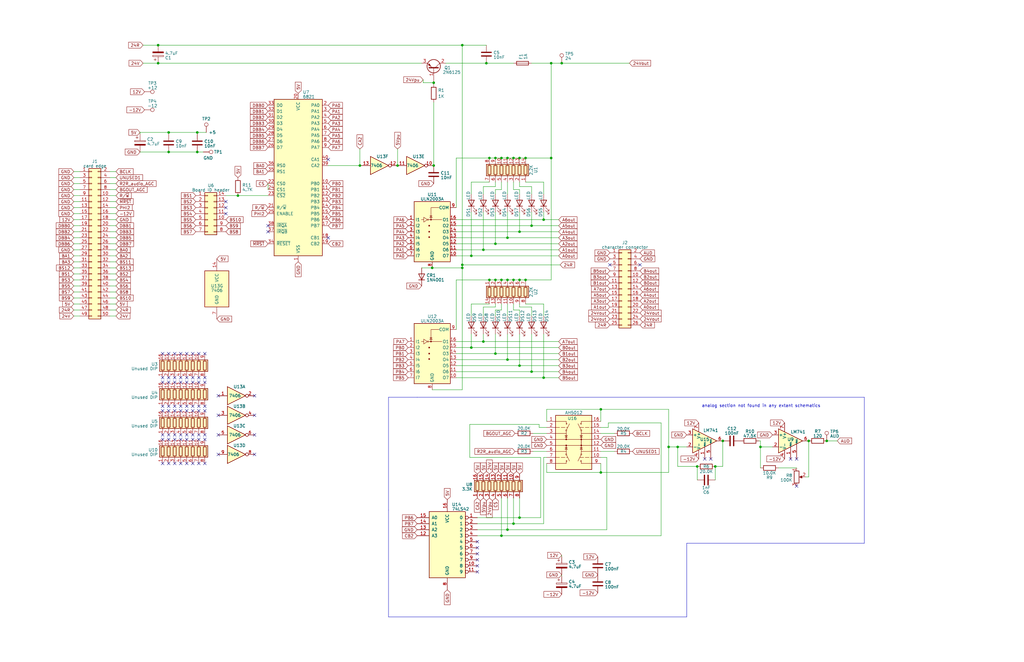
<source format=kicad_sch>
(kicad_sch (version 20230121) (generator eeschema)
  (paper "B")
  (junction (at 229.235 159.385))
  (junction (at 219.075 218.44))
  (junction (at 151.765 69.85))
  (junction (at 206.375 118.11))
  (junction (at 304.8 186.055))
  (junction (at 301.625 196.85))
  (junction (at 224.155 156.845))
  (junction (at 203.835 105.41))
  (junction (at 213.995 118.11))
  (junction (at 182.245 113.03))
  (junction (at 294.005 196.85))
  (junction (at 206.375 66.675))
  (junction (at 198.755 146.685))
  (junction (at 211.455 66.675))
  (junction (at 216.535 220.98))
  (junction (at 232.41 66.675))
  (junction (at 216.535 66.675))
  (junction (at 213.995 223.52))
  (junction (at 182.88 34.925))
  (junction (at 83.185 64.135))
  (junction (at 229.235 92.71))
  (junction (at 213.995 151.765))
  (junction (at 253.365 172.72))
  (junction (at 167.64 69.85))
  (junction (at 253.365 199.39))
  (junction (at 205.105 26.67))
  (junction (at 320.675 188.595))
  (junction (at 208.915 149.225))
  (junction (at 208.915 66.675))
  (junction (at 71.12 55.88))
  (junction (at 224.155 95.25))
  (junction (at 203.835 144.145))
  (junction (at 232.41 26.67))
  (junction (at 208.915 118.11))
  (junction (at 66.675 26.67))
  (junction (at 219.075 66.675))
  (junction (at 219.075 118.11))
  (junction (at 66.675 19.05))
  (junction (at 219.075 97.79))
  (junction (at 182.88 69.85))
  (junction (at 194.945 111.76))
  (junction (at 213.995 66.675))
  (junction (at 285.75 188.595))
  (junction (at 194.945 19.05))
  (junction (at 194.945 113.03))
  (junction (at 213.995 100.33))
  (junction (at 221.615 66.675))
  (junction (at 100.33 82.55))
  (junction (at 221.615 118.11))
  (junction (at 236.855 26.67))
  (junction (at 211.455 226.06))
  (junction (at 83.185 55.88))
  (junction (at 211.455 118.11))
  (junction (at 216.535 118.11))
  (junction (at 208.915 102.87))
  (junction (at 219.075 154.305))
  (junction (at 348.615 186.055))
  (junction (at 71.12 64.135))
  (junction (at 198.755 107.95))
  (junction (at 340.995 186.055))
  (junction (at 281.94 188.595))
  (no_connect (at 81.28 149.225))
  (no_connect (at 92.075 191.77))
  (no_connect (at 78.74 195.58))
  (no_connect (at 73.66 161.29))
  (no_connect (at 107.315 183.515))
  (no_connect (at 95.25 85.09))
  (no_connect (at 83.82 183.515))
  (no_connect (at 83.82 185.42))
  (no_connect (at 78.74 171.45))
  (no_connect (at 68.58 161.29))
  (no_connect (at 201.295 241.3))
  (no_connect (at 78.74 159.385))
  (no_connect (at 76.2 161.29))
  (no_connect (at 81.28 183.515))
  (no_connect (at 83.82 171.45))
  (no_connect (at 257.175 111.76))
  (no_connect (at 138.43 100.33))
  (no_connect (at 138.43 67.31))
  (no_connect (at 107.315 191.77))
  (no_connect (at 83.82 161.29))
  (no_connect (at 201.295 238.76))
  (no_connect (at 68.58 149.225))
  (no_connect (at 81.28 173.355))
  (no_connect (at 86.36 173.355))
  (no_connect (at 201.295 236.22))
  (no_connect (at 73.66 173.355))
  (no_connect (at 71.12 183.515))
  (no_connect (at 86.36 159.385))
  (no_connect (at 71.12 185.42))
  (no_connect (at 68.58 173.355))
  (no_connect (at 92.075 183.515))
  (no_connect (at 78.74 185.42))
  (no_connect (at 68.58 171.45))
  (no_connect (at 78.74 173.355))
  (no_connect (at 76.2 149.225))
  (no_connect (at 68.58 195.58))
  (no_connect (at 81.28 171.45))
  (no_connect (at 201.295 233.68))
  (no_connect (at 76.2 195.58))
  (no_connect (at 76.2 171.45))
  (no_connect (at 71.12 159.385))
  (no_connect (at 76.2 159.385))
  (no_connect (at 73.66 171.45))
  (no_connect (at 95.25 87.63))
  (no_connect (at 73.66 185.42))
  (no_connect (at 113.03 95.25))
  (no_connect (at 68.58 159.385))
  (no_connect (at 71.12 149.225))
  (no_connect (at 78.74 161.29))
  (no_connect (at 269.875 111.76))
  (no_connect (at 86.36 171.45))
  (no_connect (at 73.66 183.515))
  (no_connect (at 83.82 173.355))
  (no_connect (at 335.915 193.675))
  (no_connect (at 107.315 175.26))
  (no_connect (at 335.915 205.105))
  (no_connect (at 86.36 149.225))
  (no_connect (at 201.295 231.14))
  (no_connect (at 113.03 97.79))
  (no_connect (at 81.28 161.29))
  (no_connect (at 68.58 185.42))
  (no_connect (at 86.36 185.42))
  (no_connect (at 201.295 228.6))
  (no_connect (at 83.82 195.58))
  (no_connect (at 73.66 195.58))
  (no_connect (at 71.12 173.355))
  (no_connect (at 83.82 149.225))
  (no_connect (at 297.18 193.675))
  (no_connect (at 78.74 149.225))
  (no_connect (at 86.36 183.515))
  (no_connect (at 107.315 167.005))
  (no_connect (at 81.28 185.42))
  (no_connect (at 95.25 90.17))
  (no_connect (at 73.66 159.385))
  (no_connect (at 83.82 159.385))
  (no_connect (at 86.36 195.58))
  (no_connect (at 71.12 161.29))
  (no_connect (at 92.075 167.005))
  (no_connect (at 68.58 183.515))
  (no_connect (at 71.12 195.58))
  (no_connect (at 333.375 193.675))
  (no_connect (at 73.66 149.225))
  (no_connect (at 76.2 185.42))
  (no_connect (at 78.74 183.515))
  (no_connect (at 76.2 183.515))
  (no_connect (at 81.28 159.385))
  (no_connect (at 92.075 175.26))
  (no_connect (at 71.12 171.45))
  (no_connect (at 76.2 173.355))
  (no_connect (at 299.72 193.675))
  (no_connect (at 86.36 161.29))
  (no_connect (at 81.28 195.58))
  (wire (pts (xy 211.455 128.27) (xy 211.455 130.81)))
  (wire (pts (xy 198.755 146.685) (xy 198.755 140.97)))
  (wire (pts (xy 301.625 202.565) (xy 301.625 196.85)))
  (wire (pts (xy 48.895 113.03) (xy 46.355 113.03)))
  (wire (pts (xy 219.075 97.79) (xy 192.405 97.79)))
  (wire (pts (xy 48.895 123.19) (xy 46.355 123.19)))
  (polyline (pts (xy 364.49 167.64) (xy 364.49 229.235)))
  (wire (pts (xy 48.895 102.87) (xy 46.355 102.87)))
  (wire (pts (xy 281.94 188.595) (xy 285.75 188.595)))
  (wire (pts (xy 48.895 107.95) (xy 46.355 107.95)))
  (wire (pts (xy 48.895 80.01) (xy 46.355 80.01)))
  (wire (pts (xy 227.33 179.07) (xy 227.33 180.34)))
  (wire (pts (xy 216.535 130.81) (xy 219.075 130.81)))
  (wire (pts (xy 198.755 107.95) (xy 198.755 89.535)))
  (wire (pts (xy 187.96 26.67) (xy 205.105 26.67)))
  (wire (pts (xy 256.54 180.34) (xy 253.365 180.34)))
  (wire (pts (xy 198.755 107.95) (xy 192.405 107.95)))
  (wire (pts (xy 229.235 193.04) (xy 230.505 193.04)))
  (wire (pts (xy 33.655 90.17) (xy 31.115 90.17)))
  (wire (pts (xy 235.585 92.71) (xy 229.235 92.71)))
  (wire (pts (xy 285.75 188.595) (xy 285.75 196.85)))
  (wire (pts (xy 33.655 72.39) (xy 31.115 72.39)))
  (wire (pts (xy 230.505 177.8) (xy 230.505 172.72)))
  (wire (pts (xy 281.94 188.595) (xy 281.94 199.39)))
  (wire (pts (xy 320.675 186.055) (xy 320.675 188.595)))
  (wire (pts (xy 235.585 144.145) (xy 203.835 144.145)))
  (wire (pts (xy 198.755 81.915) (xy 198.755 76.835)))
  (wire (pts (xy 208.915 80.01) (xy 211.455 80.01)))
  (wire (pts (xy 198.755 76.835) (xy 206.375 76.835)))
  (wire (pts (xy 236.855 26.67) (xy 265.43 26.67)))
  (wire (pts (xy 201.295 223.52) (xy 213.995 223.52)))
  (wire (pts (xy 229.235 159.385) (xy 229.235 140.97)))
  (wire (pts (xy 227.965 218.44) (xy 227.965 193.04)))
  (wire (pts (xy 100.33 82.55) (xy 113.03 82.55)))
  (wire (pts (xy 224.155 156.845) (xy 192.405 156.845)))
  (wire (pts (xy 198.755 133.35) (xy 198.755 128.27)))
  (wire (pts (xy 230.505 172.72) (xy 253.365 172.72)))
  (wire (pts (xy 208.915 149.225) (xy 192.405 149.225)))
  (wire (pts (xy 33.655 107.95) (xy 31.115 107.95)))
  (wire (pts (xy 230.505 199.39) (xy 253.365 199.39)))
  (wire (pts (xy 33.655 80.01) (xy 31.115 80.01)))
  (wire (pts (xy 235.585 146.685) (xy 198.755 146.685)))
  (wire (pts (xy 33.655 95.25) (xy 31.115 95.25)))
  (wire (pts (xy 33.655 120.65) (xy 31.115 120.65)))
  (wire (pts (xy 203.835 78.74) (xy 203.835 81.915)))
  (wire (pts (xy 219.075 81.915) (xy 219.075 80.01)))
  (wire (pts (xy 211.455 210.185) (xy 211.455 226.06)))
  (wire (pts (xy 198.12 179.07) (xy 227.33 179.07)))
  (wire (pts (xy 304.8 196.85) (xy 301.625 196.85)))
  (wire (pts (xy 259.08 182.88) (xy 253.365 182.88)))
  (wire (pts (xy 224.155 95.25) (xy 192.405 95.25)))
  (wire (pts (xy 48.895 92.71) (xy 46.355 92.71)))
  (wire (pts (xy 320.675 188.595) (xy 320.675 197.485)))
  (wire (pts (xy 151.765 69.85) (xy 152.4 69.85)))
  (wire (pts (xy 216.535 128.27) (xy 216.535 130.81)))
  (wire (pts (xy 208.915 130.81) (xy 208.915 133.35)))
  (wire (pts (xy 33.655 110.49) (xy 31.115 110.49)))
  (wire (pts (xy 48.895 130.81) (xy 46.355 130.81)))
  (wire (pts (xy 235.585 151.765) (xy 213.995 151.765)))
  (wire (pts (xy 71.12 64.135) (xy 83.185 64.135)))
  (wire (pts (xy 221.615 66.675) (xy 232.41 66.675)))
  (wire (pts (xy 235.585 100.33) (xy 213.995 100.33)))
  (wire (pts (xy 48.895 118.11) (xy 46.355 118.11)))
  (polyline (pts (xy 289.56 260.35) (xy 163.83 260.35)))
  (wire (pts (xy 229.235 92.71) (xy 229.235 89.535)))
  (wire (pts (xy 221.615 128.27) (xy 229.235 128.27)))
  (wire (pts (xy 208.915 129.54) (xy 203.835 129.54)))
  (wire (pts (xy 256.54 178.435) (xy 256.54 180.34)))
  (wire (pts (xy 83.185 55.88) (xy 83.185 56.515)))
  (wire (pts (xy 59.055 64.135) (xy 71.12 64.135)))
  (wire (pts (xy 208.915 66.675) (xy 206.375 66.675)))
  (wire (pts (xy 235.585 154.305) (xy 219.075 154.305)))
  (wire (pts (xy 211.455 130.81) (xy 208.915 130.81)))
  (wire (pts (xy 48.895 125.73) (xy 46.355 125.73)))
  (wire (pts (xy 221.615 76.835) (xy 229.235 76.835)))
  (wire (pts (xy 33.655 85.09) (xy 31.115 85.09)))
  (wire (pts (xy 216.535 210.185) (xy 216.535 220.98)))
  (wire (pts (xy 48.895 74.93) (xy 46.355 74.93)))
  (wire (pts (xy 348.615 186.055) (xy 353.06 186.055)))
  (wire (pts (xy 178.435 33.655) (xy 178.435 34.925)))
  (wire (pts (xy 48.895 115.57) (xy 46.355 115.57)))
  (wire (pts (xy 320.04 186.055) (xy 320.675 186.055)))
  (wire (pts (xy 221.615 66.675) (xy 219.075 66.675)))
  (wire (pts (xy 192.405 118.11) (xy 206.375 118.11)))
  (wire (pts (xy 48.895 95.25) (xy 46.355 95.25)))
  (wire (pts (xy 278.765 226.06) (xy 278.765 178.435)))
  (wire (pts (xy 340.995 186.055) (xy 340.995 201.295)))
  (wire (pts (xy 33.655 87.63) (xy 31.115 87.63)))
  (wire (pts (xy 206.375 118.11) (xy 208.915 118.11)))
  (wire (pts (xy 60.325 19.05) (xy 66.675 19.05)))
  (wire (pts (xy 281.94 172.72) (xy 281.94 188.595)))
  (wire (pts (xy 182.245 113.03) (xy 194.945 113.03)))
  (wire (pts (xy 71.12 55.88) (xy 83.185 55.88)))
  (wire (pts (xy 285.75 188.595) (xy 289.56 188.595)))
  (wire (pts (xy 213.995 151.765) (xy 213.995 140.97)))
  (wire (pts (xy 224.155 95.25) (xy 224.155 89.535)))
  (wire (pts (xy 203.835 105.41) (xy 203.835 89.535)))
  (wire (pts (xy 219.075 129.54) (xy 224.155 129.54)))
  (wire (pts (xy 203.835 133.35) (xy 203.835 129.54)))
  (wire (pts (xy 281.94 199.39) (xy 253.365 199.39)))
  (wire (pts (xy 219.075 154.305) (xy 219.075 140.97)))
  (wire (pts (xy 219.075 66.675) (xy 216.535 66.675)))
  (wire (pts (xy 325.755 188.595) (xy 320.675 188.595)))
  (wire (pts (xy 48.895 72.39) (xy 46.355 72.39)))
  (wire (pts (xy 232.41 26.67) (xy 232.41 66.675)))
  (polyline (pts (xy 175.895 167.64) (xy 364.49 167.64)))
  (wire (pts (xy 235.585 105.41) (xy 203.835 105.41)))
  (wire (pts (xy 178.435 34.925) (xy 182.88 34.925)))
  (wire (pts (xy 235.585 97.79) (xy 219.075 97.79)))
  (wire (pts (xy 194.945 164.465) (xy 194.945 113.03)))
  (polyline (pts (xy 289.56 229.235) (xy 289.56 260.35)))
  (wire (pts (xy 235.585 159.385) (xy 229.235 159.385)))
  (wire (pts (xy 33.655 128.27) (xy 31.115 128.27)))
  (wire (pts (xy 224.155 26.67) (xy 232.41 26.67)))
  (wire (pts (xy 85.725 64.135) (xy 83.185 64.135)))
  (wire (pts (xy 33.655 113.03) (xy 31.115 113.03)))
  (wire (pts (xy 59.055 55.88) (xy 59.055 56.515)))
  (wire (pts (xy 95.25 82.55) (xy 100.33 82.55)))
  (wire (pts (xy 229.235 92.71) (xy 192.405 92.71)))
  (wire (pts (xy 253.365 172.72) (xy 253.365 177.8)))
  (wire (pts (xy 182.88 35.56) (xy 182.88 34.925)))
  (wire (pts (xy 206.375 128.27) (xy 198.755 128.27)))
  (wire (pts (xy 203.835 105.41) (xy 192.405 105.41)))
  (wire (pts (xy 138.43 69.85) (xy 151.765 69.85)))
  (wire (pts (xy 285.75 196.85) (xy 294.005 196.85)))
  (wire (pts (xy 48.895 105.41) (xy 46.355 105.41)))
  (wire (pts (xy 194.945 19.05) (xy 205.105 19.05)))
  (wire (pts (xy 219.075 97.79) (xy 219.075 89.535)))
  (wire (pts (xy 33.655 97.79) (xy 31.115 97.79)))
  (wire (pts (xy 33.655 115.57) (xy 31.115 115.57)))
  (wire (pts (xy 194.945 111.76) (xy 194.945 113.03)))
  (wire (pts (xy 227.965 218.44) (xy 219.075 218.44)))
  (wire (pts (xy 48.895 97.79) (xy 46.355 97.79)))
  (wire (pts (xy 71.12 55.88) (xy 71.12 56.515)))
  (wire (pts (xy 48.895 85.09) (xy 46.355 85.09)))
  (wire (pts (xy 211.455 80.01) (xy 211.455 76.835)))
  (wire (pts (xy 216.535 76.835) (xy 216.535 80.01)))
  (wire (pts (xy 216.535 220.98) (xy 229.235 220.98)))
  (wire (pts (xy 224.79 190.5) (xy 230.505 190.5)))
  (wire (pts (xy 219.075 218.44) (xy 201.295 218.44)))
  (wire (pts (xy 229.235 81.915) (xy 229.235 76.835)))
  (wire (pts (xy 48.895 133.35) (xy 46.355 133.35)))
  (wire (pts (xy 255.905 193.04) (xy 253.365 193.04)))
  (wire (pts (xy 48.895 128.27) (xy 46.355 128.27)))
  (wire (pts (xy 59.055 55.88) (xy 71.12 55.88)))
  (wire (pts (xy 33.655 125.73) (xy 31.115 125.73)))
  (wire (pts (xy 33.655 130.81) (xy 31.115 130.81)))
  (wire (pts (xy 33.655 105.41) (xy 31.115 105.41)))
  (wire (pts (xy 33.655 82.55) (xy 31.115 82.55)))
  (wire (pts (xy 216.535 118.11) (xy 213.995 118.11)))
  (wire (pts (xy 213.995 223.52) (xy 255.905 223.52)))
  (wire (pts (xy 221.615 118.11) (xy 232.41 118.11)))
  (wire (pts (xy 224.155 156.845) (xy 224.155 140.97)))
  (polyline (pts (xy 163.83 215.265) (xy 163.83 260.35)))
  (polyline (pts (xy 163.83 215.265) (xy 163.83 167.64)))
  (wire (pts (xy 182.245 164.465) (xy 194.945 164.465)))
  (wire (pts (xy 208.915 128.27) (xy 208.915 129.54)))
  (wire (pts (xy 192.405 66.675) (xy 192.405 87.63)))
  (wire (pts (xy 224.155 129.54) (xy 224.155 133.35)))
  (wire (pts (xy 48.895 110.49) (xy 46.355 110.49)))
  (wire (pts (xy 198.12 193.04) (xy 198.12 179.07)))
  (wire (pts (xy 86.995 55.88) (xy 83.185 55.88)))
  (wire (pts (xy 224.79 182.88) (xy 230.505 182.88)))
  (wire (pts (xy 232.41 66.675) (xy 232.41 118.11)))
  (wire (pts (xy 219.075 76.835) (xy 219.075 78.74)))
  (wire (pts (xy 208.915 78.74) (xy 203.835 78.74)))
  (wire (pts (xy 235.585 149.225) (xy 208.915 149.225)))
  (wire (pts (xy 33.655 100.33) (xy 31.115 100.33)))
  (wire (pts (xy 33.655 74.93) (xy 31.115 74.93)))
  (wire (pts (xy 60.325 26.67) (xy 66.675 26.67)))
  (wire (pts (xy 294.005 202.565) (xy 294.005 196.85)))
  (wire (pts (xy 216.535 80.01) (xy 219.075 80.01)))
  (wire (pts (xy 208.915 149.225) (xy 208.915 140.97)))
  (wire (pts (xy 213.995 210.185) (xy 213.995 223.52)))
  (wire (pts (xy 192.405 118.11) (xy 192.405 139.065)))
  (wire (pts (xy 213.995 151.765) (xy 192.405 151.765)))
  (wire (pts (xy 219.075 78.74) (xy 224.155 78.74)))
  (wire (pts (xy 48.895 100.33) (xy 46.355 100.33)))
  (wire (pts (xy 235.585 156.845) (xy 224.155 156.845)))
  (wire (pts (xy 48.895 90.17) (xy 46.355 90.17)))
  (wire (pts (xy 213.995 100.33) (xy 213.995 89.535)))
  (wire (pts (xy 219.075 210.185) (xy 219.075 218.44)))
  (wire (pts (xy 213.995 66.675) (xy 216.535 66.675)))
  (wire (pts (xy 253.365 199.39) (xy 253.365 195.58)))
  (wire (pts (xy 259.08 190.5) (xy 253.365 190.5)))
  (wire (pts (xy 278.765 178.435) (xy 256.54 178.435)))
  (wire (pts (xy 33.655 77.47) (xy 31.115 77.47)))
  (wire (pts (xy 219.075 154.305) (xy 192.405 154.305)))
  (wire (pts (xy 177.8 113.03) (xy 182.245 113.03)))
  (wire (pts (xy 304.8 186.055) (xy 304.8 196.85)))
  (wire (pts (xy 213.995 118.11) (xy 211.455 118.11)))
  (wire (pts (xy 227.33 180.34) (xy 230.505 180.34)))
  (wire (pts (xy 227.965 193.04) (xy 198.12 193.04)))
  (wire (pts (xy 48.895 77.47) (xy 46.355 77.47)))
  (wire (pts (xy 229.235 193.04) (xy 229.235 220.98)))
  (wire (pts (xy 232.41 26.67) (xy 236.855 26.67)))
  (wire (pts (xy 213.995 81.915) (xy 213.995 76.835)))
  (wire (pts (xy 113.03 77.47) (xy 113.03 80.01)))
  (wire (pts (xy 201.295 220.98) (xy 216.535 220.98)))
  (wire (pts (xy 206.375 66.675) (xy 192.405 66.675)))
  (wire (pts (xy 208.915 78.74) (xy 208.915 76.835)))
  (wire (pts (xy 151.765 62.865) (xy 151.765 69.85)))
  (wire (pts (xy 33.655 92.71) (xy 31.115 92.71)))
  (wire (pts (xy 211.455 66.675) (xy 208.915 66.675)))
  (wire (pts (xy 219.075 118.11) (xy 216.535 118.11)))
  (wire (pts (xy 33.655 102.87) (xy 31.115 102.87)))
  (wire (pts (xy 48.895 87.63) (xy 46.355 87.63)))
  (wire (pts (xy 48.895 82.55) (xy 46.355 82.55)))
  (wire (pts (xy 236.855 243.205) (xy 236.855 242.57)))
  (wire (pts (xy 198.755 146.685) (xy 192.405 146.685)))
  (wire (pts (xy 211.455 226.06) (xy 278.765 226.06)))
  (wire (pts (xy 66.675 26.67) (xy 177.8 26.67)))
  (wire (pts (xy 208.915 102.87) (xy 192.405 102.87)))
  (wire (pts (xy 203.835 144.145) (xy 203.835 140.97)))
  (wire (pts (xy 33.655 118.11) (xy 31.115 118.11)))
  (wire (pts (xy 236.855 234.315) (xy 236.855 234.95)))
  (wire (pts (xy 219.075 130.81) (xy 219.075 133.35)))
  (wire (pts (xy 194.945 19.05) (xy 194.945 111.76)))
  (wire (pts (xy 229.235 128.27) (xy 229.235 133.35)))
  (wire (pts (xy 201.295 226.06) (xy 211.455 226.06)))
  (wire (pts (xy 235.585 107.95) (xy 198.755 107.95)))
  (wire (pts (xy 66.675 19.05) (xy 194.945 19.05)))
  (wire (pts (xy 213.995 100.33) (xy 192.405 100.33)))
  (wire (pts (xy 235.585 95.25) (xy 224.155 95.25)))
  (wire (pts (xy 229.235 159.385) (xy 192.405 159.385)))
  (wire (pts (xy 328.295 197.485) (xy 335.915 197.485)))
  (wire (pts (xy 219.075 128.27) (xy 219.075 129.54)))
  (wire (pts (xy 235.585 102.87) (xy 208.915 102.87)))
  (wire (pts (xy 167.64 62.865) (xy 167.64 69.85)))
  (wire (pts (xy 208.915 102.87) (xy 208.915 89.535)))
  (polyline (pts (xy 364.49 229.235) (xy 289.56 229.235)))
  (wire (pts (xy 182.88 43.18) (xy 182.88 69.85)))
  (wire (pts (xy 216.535 26.67) (xy 205.105 26.67)))
  (wire (pts (xy 182.88 34.925) (xy 182.88 34.29)))
  (wire (pts (xy 339.725 201.295) (xy 340.995 201.295)))
  (wire (pts (xy 255.905 223.52) (xy 255.905 193.04)))
  (wire (pts (xy 236.22 111.76) (xy 194.945 111.76)))
  (wire (pts (xy 211.455 118.11) (xy 208.915 118.11)))
  (polyline (pts (xy 163.83 167.64) (xy 175.895 167.64)))
  (wire (pts (xy 253.365 172.72) (xy 281.94 172.72)))
  (wire (pts (xy 203.835 144.145) (xy 192.405 144.145)))
  (wire (pts (xy 208.915 81.915) (xy 208.915 80.01)))
  (wire (pts (xy 211.455 66.675) (xy 213.995 66.675)))
  (wire (pts (xy 230.505 195.58) (xy 230.505 199.39)))
  (wire (pts (xy 33.655 123.19) (xy 31.115 123.19)))
  (wire (pts (xy 48.895 120.65) (xy 46.355 120.65)))
  (wire (pts (xy 33.655 133.35) (xy 31.115 133.35)))
  (wire (pts (xy 221.615 118.11) (xy 219.075 118.11)))
  (wire (pts (xy 213.995 133.35) (xy 213.995 128.27)))
  (wire (pts (xy 224.155 78.74) (xy 224.155 81.915)))
  (text "analog section not found in any extant schematics" (at 295.91 172.085 0) (effects (font (size 1.27 1.27)) (justify left bottom)))
  (global_label "BCLK" (shape input) (at 48.895 72.39 0) (property "Intersheetrefs" "${INTERSHEET_REFS}" (effects hide)))
  (global_label "GND" (shape input) (at 325.755 183.515 180) (property "Intersheetrefs" "${INTERSHEET_REFS}" (effects hide)))
  (global_label "5V" (shape input) (at 211.455 200.025 90) (property "Intersheetrefs" "${INTERSHEET_REFS}" (effects hide)))
  (global_label "BS2" (shape input) (at 82.55 85.09 180) (property "Intersheetrefs" "${INTERSHEET_REFS}" (effects hide)))
  (global_label "PA4" (shape input) (at 172.085 97.79 180) (property "Intersheetrefs" "${INTERSHEET_REFS}" (effects hide)))
  (global_label "DBB6" (shape input) (at 113.03 59.69 180) (property "Intersheetrefs" "${INTERSHEET_REFS}" (effects hide)))
  (global_label "GND" (shape input) (at 177.8 120.65 180) (property "Intersheetrefs" "${INTERSHEET_REFS}" (effects hide)))
  (global_label "12V" (shape input) (at 294.64 178.435 180) (property "Intersheetrefs" "${INTERSHEET_REFS}" (effects hide)))
  (global_label "GND" (shape input) (at 31.115 80.01 180) (property "Intersheetrefs" "${INTERSHEET_REFS}" (effects hide)))
  (global_label "CS" (shape input) (at 208.915 210.185 270) (property "Intersheetrefs" "${INTERSHEET_REFS}" (effects hide)))
  (global_label "UNUSED1" (shape input) (at 48.895 74.93 0) (property "Intersheetrefs" "${INTERSHEET_REFS}" (effects hide)))
  (global_label "PA7" (shape input) (at 138.43 62.23 0) (property "Intersheetrefs" "${INTERSHEET_REFS}" (effects hide)))
  (global_label "PHI2" (shape input) (at 113.03 90.17 180) (property "Intersheetrefs" "${INTERSHEET_REFS}" (effects hide)))
  (global_label "DBB3" (shape input) (at 113.03 52.07 180) (property "Intersheetrefs" "${INTERSHEET_REFS}" (effects hide)))
  (global_label "BA1" (shape input) (at 113.03 72.39 180) (property "Intersheetrefs" "${INTERSHEET_REFS}" (effects hide)))
  (global_label "24V" (shape input) (at 48.895 133.35 0) (property "Intersheetrefs" "${INTERSHEET_REFS}" (effects hide)))
  (global_label "DBB2" (shape input) (at 113.03 49.53 180) (property "Intersheetrefs" "${INTERSHEET_REFS}" (effects hide)))
  (global_label "PB7" (shape input) (at 175.895 220.98 180) (property "Intersheetrefs" "${INTERSHEET_REFS}" (effects hide)))
  (global_label "BA2" (shape input) (at 48.895 107.95 0) (property "Intersheetrefs" "${INTERSHEET_REFS}" (effects hide)))
  (global_label "BS2" (shape input) (at 48.895 115.57 0) (property "Intersheetrefs" "${INTERSHEET_REFS}" (effects hide)))
  (global_label "GND" (shape input) (at 269.875 109.22 0) (property "Intersheetrefs" "${INTERSHEET_REFS}" (effects hide)))
  (global_label "DBB5" (shape input) (at 113.03 57.15 180) (property "Intersheetrefs" "${INTERSHEET_REFS}" (effects hide)))
  (global_label "5V" (shape input) (at 91.44 109.22 0) (property "Intersheetrefs" "${INTERSHEET_REFS}" (effects hide)))
  (global_label "BS8" (shape input) (at 95.25 97.79 0) (property "Intersheetrefs" "${INTERSHEET_REFS}" (effects hide)))
  (global_label "AUD" (shape input) (at 269.875 106.68 0) (property "Intersheetrefs" "${INTERSHEET_REFS}" (effects hide)))
  (global_label "BA3" (shape input) (at 31.115 110.49 180) (property "Intersheetrefs" "${INTERSHEET_REFS}" (effects hide)))
  (global_label "GND" (shape input) (at 59.055 64.135 180) (property "Intersheetrefs" "${INTERSHEET_REFS}" (effects hide)))
  (global_label "24R" (shape input) (at 236.22 111.76 0) (property "Intersheetrefs" "${INTERSHEET_REFS}" (effects hide)))
  (global_label "PA2" (shape input) (at 138.43 49.53 0) (property "Intersheetrefs" "${INTERSHEET_REFS}" (effects hide)))
  (global_label "GND" (shape input) (at 175.895 223.52 180) (property "Intersheetrefs" "${INTERSHEET_REFS}" (effects hide)))
  (global_label "DBB0" (shape input) (at 113.03 44.45 180) (property "Intersheetrefs" "${INTERSHEET_REFS}" (effects hide)))
  (global_label "GND" (shape input) (at 253.365 185.42 0) (property "Intersheetrefs" "${INTERSHEET_REFS}" (effects hide)))
  (global_label "A6out" (shape input) (at 235.585 92.71 0) (property "Intersheetrefs" "${INTERSHEET_REFS}" (effects hide)))
  (global_label "PA3" (shape input) (at 172.085 100.33 180) (property "Intersheetrefs" "${INTERSHEET_REFS}" (effects hide)))
  (global_label "BS4" (shape input) (at 48.895 118.11 0) (property "Intersheetrefs" "${INTERSHEET_REFS}" (effects hide)))
  (global_label "GND" (shape input) (at 253.365 187.96 0) (property "Intersheetrefs" "${INTERSHEET_REFS}" (effects hide)))
  (global_label "PA0" (shape input) (at 138.43 44.45 0) (property "Intersheetrefs" "${INTERSHEET_REFS}" (effects hide)))
  (global_label "~{MRST}" (shape input) (at 113.03 102.87 180) (property "Intersheetrefs" "${INTERSHEET_REFS}" (effects hide)))
  (global_label "GND" (shape input) (at 31.115 82.55 180) (property "Intersheetrefs" "${INTERSHEET_REFS}" (effects hide)))
  (global_label "5V" (shape input) (at 31.115 128.27 180) (property "Intersheetrefs" "${INTERSHEET_REFS}" (effects hide)))
  (global_label "A5out" (shape input) (at 257.175 124.46 180) (property "Intersheetrefs" "${INTERSHEET_REFS}" (effects hide)))
  (global_label "PA7" (shape input) (at 172.085 144.145 180) (property "Intersheetrefs" "${INTERSHEET_REFS}" (effects hide)))
  (global_label "DBB7" (shape input) (at 48.895 102.87 0) (property "Intersheetrefs" "${INTERSHEET_REFS}" (effects hide)))
  (global_label "5V" (shape input) (at 216.535 200.025 90) (property "Intersheetrefs" "${INTERSHEET_REFS}" (effects hide)))
  (global_label "PA0" (shape input) (at 172.085 107.95 180) (property "Intersheetrefs" "${INTERSHEET_REFS}" (effects hide)))
  (global_label "24R" (shape input) (at 269.875 137.16 0) (property "Intersheetrefs" "${INTERSHEET_REFS}" (effects hide)))
  (global_label "DBB1" (shape input) (at 48.895 95.25 0) (property "Intersheetrefs" "${INTERSHEET_REFS}" (effects hide)))
  (global_label "PB3" (shape input) (at 172.085 154.305 180) (property "Intersheetrefs" "${INTERSHEET_REFS}" (effects hide)))
  (global_label "24Vout" (shape input) (at 269.875 134.62 0) (property "Intersheetrefs" "${INTERSHEET_REFS}" (effects hide)))
  (global_label "PB5" (shape input) (at 172.085 159.385 180) (property "Intersheetrefs" "${INTERSHEET_REFS}" (effects hide)))
  (global_label "PB6" (shape input) (at 138.43 92.71 0) (property "Intersheetrefs" "${INTERSHEET_REFS}" (effects hide)))
  (global_label "BS1" (shape input) (at 31.115 115.57 180) (property "Intersheetrefs" "${INTERSHEET_REFS}" (effects hide)))
  (global_label "PA4" (shape input) (at 138.43 54.61 0) (property "Intersheetrefs" "${INTERSHEET_REFS}" (effects hide)))
  (global_label "-12V" (shape input) (at 60.96 46.355 180) (property "Intersheetrefs" "${INTERSHEET_REFS}" (effects hide)))
  (global_label "PA6" (shape input) (at 138.43 59.69 0) (property "Intersheetrefs" "${INTERSHEET_REFS}" (effects hide)))
  (global_label "BS5" (shape input) (at 31.115 120.65 180) (property "Intersheetrefs" "${INTERSHEET_REFS}" (effects hide)))
  (global_label "GND" (shape input) (at 31.115 85.09 180) (property "Intersheetrefs" "${INTERSHEET_REFS}" (effects hide)))
  (global_label "DBB4" (shape input) (at 113.03 54.61 180) (property "Intersheetrefs" "${INTERSHEET_REFS}" (effects hide)))
  (global_label "24Vout" (shape input) (at 257.175 134.62 180) (property "Intersheetrefs" "${INTERSHEET_REFS}" (effects hide)))
  (global_label "A5out" (shape input) (at 235.585 95.25 0) (property "Intersheetrefs" "${INTERSHEET_REFS}" (effects hide)))
  (global_label "GND" (shape input) (at 257.175 106.68 180) (property "Intersheetrefs" "${INTERSHEET_REFS}" (effects hide)))
  (global_label "BS6" (shape input) (at 82.55 95.25 180) (property "Intersheetrefs" "${INTERSHEET_REFS}" (effects hide)))
  (global_label "BGOUT_AGC" (shape input) (at 48.895 80.01 0) (property "Intersheetrefs" "${INTERSHEET_REFS}" (effects hide)))
  (global_label "A2out" (shape input) (at 269.875 127 0) (property "Intersheetrefs" "${INTERSHEET_REFS}" (effects hide)))
  (global_label "PHI2" (shape input) (at 48.895 87.63 0) (property "Intersheetrefs" "${INTERSHEET_REFS}" (effects hide)))
  (global_label "GND" (shape input) (at 31.115 77.47 180) (property "Intersheetrefs" "${INTERSHEET_REFS}" (effects hide)))
  (global_label "24Vout" (shape input) (at 269.875 132.08 0) (property "Intersheetrefs" "${INTERSHEET_REFS}" (effects hide)))
  (global_label "24V" (shape input) (at 31.115 133.35 180) (property "Intersheetrefs" "${INTERSHEET_REFS}" (effects hide)))
  (global_label "B0out" (shape input) (at 269.875 119.38 0) (property "Intersheetrefs" "${INTERSHEET_REFS}" (effects hide)))
  (global_label "A2out" (shape input) (at 235.585 102.87 0) (property "Intersheetrefs" "${INTERSHEET_REFS}" (effects hide)))
  (global_label "B5out" (shape input) (at 235.585 159.385 0) (property "Intersheetrefs" "${INTERSHEET_REFS}" (effects hide)))
  (global_label "5V" (shape input) (at 208.915 200.025 90) (property "Intersheetrefs" "${INTERSHEET_REFS}" (effects hide)))
  (global_label "B4out" (shape input) (at 235.585 156.845 0) (property "Intersheetrefs" "${INTERSHEET_REFS}" (effects hide)))
  (global_label "5V" (shape input) (at 203.835 200.025 90) (property "Intersheetrefs" "${INTERSHEET_REFS}" (effects hide)))
  (global_label "-12V" (shape input) (at 252.095 250.19 180) (property "Intersheetrefs" "${INTERSHEET_REFS}" (effects hide)))
  (global_label "AUD" (shape input) (at 353.06 186.055 0) (property "Intersheetrefs" "${INTERSHEET_REFS}" (effects hide)))
  (global_label "12V" (shape input) (at 252.095 234.95 180) (property "Intersheetrefs" "${INTERSHEET_REFS}" (effects hide)))
  (global_label "B3out" (shape input) (at 257.175 116.84 180) (property "Intersheetrefs" "${INTERSHEET_REFS}" (effects hide)))
  (global_label "PB7" (shape input) (at 138.43 95.25 0) (property "Intersheetrefs" "${INTERSHEET_REFS}" (effects hide)))
  (global_label "PB4" (shape input) (at 138.43 87.63 0) (property "Intersheetrefs" "${INTERSHEET_REFS}" (effects hide)))
  (global_label "CA2" (shape input) (at 151.765 62.865 90) (property "Intersheetrefs" "${INTERSHEET_REFS}" (effects hide)))
  (global_label "PB6" (shape input) (at 175.895 218.44 180) (property "Intersheetrefs" "${INTERSHEET_REFS}" (effects hide)))
  (global_label "12V" (shape input) (at 60.96 38.735 180) (property "Intersheetrefs" "${INTERSHEET_REFS}" (effects hide)))
  (global_label "R{slash}~{W}" (shape input) (at 48.895 82.55 0) (property "Intersheetrefs" "${INTERSHEET_REFS}" (effects hide)))
  (global_label "GND" (shape input) (at 31.115 105.41 180) (property "Intersheetrefs" "${INTERSHEET_REFS}" (effects hide)))
  (global_label "DBB2" (shape input) (at 31.115 97.79 180) (property "Intersheetrefs" "${INTERSHEET_REFS}" (effects hide)))
  (global_label "24Vout" (shape input) (at 257.175 132.08 180) (property "Intersheetrefs" "${INTERSHEET_REFS}" (effects hide)))
  (global_label "BS3" (shape input) (at 31.115 118.11 180) (property "Intersheetrefs" "${INTERSHEET_REFS}" (effects hide)))
  (global_label "GND" (shape input) (at 252.095 242.57 180) (property "Intersheetrefs" "${INTERSHEET_REFS}" (effects hide)))
  (global_label "R2R_audio_AGC" (shape input) (at 217.17 190.5 180) (property "Intersheetrefs" "${INTERSHEET_REFS}" (effects hide)))
  (global_label "BA0" (shape input) (at 48.895 105.41 0) (property "Intersheetrefs" "${INTERSHEET_REFS}" (effects hide)))
  (global_label "GND" (shape input) (at 188.595 248.92 270) (property "Intersheetrefs" "${INTERSHEET_REFS}" (effects hide)))
  (global_label "24Vpu" (shape input) (at 178.435 33.655 180) (property "Intersheetrefs" "${INTERSHEET_REFS}" (effects hide)))
  (global_label "24V" (shape input) (at 60.325 26.67 180) (property "Intersheetrefs" "${INTERSHEET_REFS}" (effects hide)))
  (global_label "PB2" (shape input) (at 172.085 151.765 180) (property "Intersheetrefs" "${INTERSHEET_REFS}" (effects hide)))
  (global_label "GND" (shape input) (at 230.505 187.96 180) (property "Intersheetrefs" "${INTERSHEET_REFS}" (effects hide)))
  (global_label "24Vout" (shape input) (at 265.43 26.67 0) (property "Intersheetrefs" "${INTERSHEET_REFS}" (effects hide)))
  (global_label "5V" (shape input) (at 125.73 39.37 90) (property "Intersheetrefs" "${INTERSHEET_REFS}" (effects hide)))
  (global_label "BS11" (shape input) (at 48.895 110.49 0) (property "Intersheetrefs" "${INTERSHEET_REFS}" (effects hide)))
  (global_label "B3out" (shape input) (at 235.585 154.305 0) (property "Intersheetrefs" "${INTERSHEET_REFS}" (effects hide)))
  (global_label "A3out" (shape input) (at 235.585 100.33 0) (property "Intersheetrefs" "${INTERSHEET_REFS}" (effects hide)))
  (global_label "BA1" (shape input) (at 31.115 107.95 180) (property "Intersheetrefs" "${INTERSHEET_REFS}" (effects hide)))
  (global_label "PB4" (shape input) (at 172.085 156.845 180) (property "Intersheetrefs" "${INTERSHEET_REFS}" (effects hide)))
  (global_label "DBB4" (shape input) (at 31.115 100.33 180) (property "Intersheetrefs" "${INTERSHEET_REFS}" (effects hide)))
  (global_label "PA1" (shape input) (at 138.43 46.99 0) (property "Intersheetrefs" "${INTERSHEET_REFS}" (effects hide)))
  (global_label "BS13" (shape input) (at 48.895 113.03 0) (property "Intersheetrefs" "${INTERSHEET_REFS}" (effects hide)))
  (global_label "UNUSED1" (shape input) (at 266.7 190.5 0) (property "Intersheetrefs" "${INTERSHEET_REFS}" (effects hide)))
  (global_label "A0out" (shape input) (at 269.875 129.54 0) (property "Intersheetrefs" "${INTERSHEET_REFS}" (effects hide)))
  (global_label "5V" (shape input) (at 188.595 210.82 90) (property "Intersheetrefs" "${INTERSHEET_REFS}" (effects hide)))
  (global_label "BS4" (shape input) (at 82.55 90.17 180) (property "Intersheetrefs" "${INTERSHEET_REFS}" (effects hide)))
  (global_label "CB2" (shape input) (at 175.895 226.06 180) (property "Intersheetrefs" "${INTERSHEET_REFS}" (effects hide)))
  (global_label "GND" (shape input) (at 31.115 74.93 180) (property "Intersheetrefs" "${INTERSHEET_REFS}" (effects hide)))
  (global_label "12V" (shape input) (at 236.855 234.315 180) (property "Intersheetrefs" "${INTERSHEET_REFS}" (effects hide)))
  (global_label "GND" (shape input) (at 48.895 92.71 0) (property "Intersheetrefs" "${INTERSHEET_REFS}" (effects hide)))
  (global_label "~{MRST}" (shape input) (at 48.895 85.09 0) (property "Intersheetrefs" "${INTERSHEET_REFS}" (effects hide)))
  (global_label "CS" (shape input) (at 113.03 77.47 180) (property "Intersheetrefs" "${INTERSHEET_REFS}" (effects hide)))
  (global_label "GND" (shape input) (at 125.73 110.49 270) (property "Intersheetrefs" "${INTERSHEET_REFS}" (effects hide)))
  (global_label "24R" (shape input) (at 257.175 137.16 180) (property "Intersheetrefs" "${INTERSHEET_REFS}" (effects hide)))
  (global_label "A6out" (shape input) (at 269.875 121.92 0) (property "Intersheetrefs" "${INTERSHEET_REFS}" (effects hide)))
  (global_label "PA5" (shape input) (at 172.085 95.25 180) (property "Intersheetrefs" "${INTERSHEET_REFS}" (effects hide)))
  (global_label "B4out" (shape input) (at 269.875 114.3 0) (property "Intersheetrefs" "${INTERSHEET_REFS}" (effects hide)))
  (global_label "A1out" (shape input) (at 257.175 129.54 180) (property "Intersheetrefs" "${INTERSHEET_REFS}" (effects hide)))
  (global_label "24R" (shape input) (at 60.325 19.05 180) (property "Intersheetrefs" "${INTERSHEET_REFS}" (effects hide)))
  (global_label "A7out" (shape input) (at 235.585 144.145 0) (property "Intersheetrefs" "${INTERSHEET_REFS}" (effects hide)))
  (global_label "PB2" (shape input) (at 138.43 82.55 0) (property "Intersheetrefs" "${INTERSHEET_REFS}" (effects hide)))
  (global_label "PB1" (shape input) (at 172.085 149.225 180) (property "Intersheetrefs" "${INTERSHEET_REFS}" (effects hide)))
  (global_label "B1out" (shape input) (at 235.585 149.225 0) (property "Intersheetrefs" "${INTERSHEET_REFS}" (effects hide)))
  (global_label "BGOUT_AGC" (shape input) (at 217.17 182.88 180) (property "Intersheetrefs" "${INTERSHEET_REFS}" (effects hide)))
  (global_label "PB0" (shape input) (at 138.43 77.47 0) (property "Intersheetrefs" "${INTERSHEET_REFS}" (effects hide)))
  (global_label "5V" (shape input) (at 59.055 55.88 180) (property "Intersheetrefs" "${INTERSHEET_REFS}" (effects hide)))
  (global_label "BS3" (shape input) (at 82.55 87.63 180) (property "Intersheetrefs" "${INTERSHEET_REFS}" (effects hide)))
  (global_label "PA5" (shape input) (at 138.43 57.15 0) (property "Intersheetrefs" "${INTERSHEET_REFS}" (effects hide)))
  (global_label "GND" (shape input) (at 31.115 87.63 180) (property "Intersheetrefs" "${INTERSHEET_REFS}" (effects hide)))
  (global_label "BS6" (shape input) (at 48.895 120.65 0) (property "Intersheetrefs" "${INTERSHEET_REFS}" (effects hide)))
  (global_label "DBB0" (shape input) (at 31.115 95.25 180) (property "Intersheetrefs" "${INTERSHEET_REFS}" (effects hide)))
  (global_label "B5out" (shape input) (at 257.175 114.3 180) (property "Intersheetrefs" "${INTERSHEET_REFS}" (effects hide)))
  (global_label "PB5" (shape input) (at 138.43 90.17 0) (property "Intersheetrefs" "${INTERSHEET_REFS}" (effects hide)))
  (global_label "BS12" (shape input) (at 31.115 113.03 180) (property "Intersheetrefs" "${INTERSHEET_REFS}" (effects hide)))
  (global_label "BA0" (shape input) (at 113.03 69.85 180) (property "Intersheetrefs" "${INTERSHEET_REFS}" (effects hide)))
  (global_label "B1out" (shape input) (at 257.175 119.38 180) (property "Intersheetrefs" "${INTERSHEET_REFS}" (effects hide)))
  (global_label "GND" (shape input) (at 31.115 72.39 180) (property "Intersheetrefs" "${INTERSHEET_REFS}" (effects hide)))
  (global_label "-12V" (shape input) (at 48.895 90.17 0) (property "Intersheetrefs" "${INTERSHEET_REFS}" (effects hide)))
  (global_label "5V" (shape input) (at 100.33 74.93 90) (property "Intersheetrefs" "${INTERSHEET_REFS}" (effects hide)))
  (global_label "CA2" (shape input) (at 201.295 210.185 270) (property "Intersheetrefs" "${INTERSHEET_REFS}" (effects hide)))
  (global_label "GND" (shape input) (at 289.56 183.515 180) (property "Intersheetrefs" "${INTERSHEET_REFS}" (effects hide)))
  (global_label "BS5" (shape input) (at 82.55 92.71 180) (property "Intersheetrefs" "${INTERSHEET_REFS}" (effects hide)))
  (global_label "BS1" (shape input) (at 82.55 82.55 180) (property "Intersheetrefs" "${INTERSHEET_REFS}" (effects hide)))
  (global_label "BS9" (shape input) (at 95.25 95.25 0) (property "Intersheetrefs" "${INTERSHEET_REFS}" (effects hide)))
  (global_label "BS10" (shape input) (at 95.25 92.71 0) (property "Intersheetrefs" "${INTERSHEET_REFS}" (effects hide)))
  (global_label "PA6" (shape input) (at 172.085 92.71 180) (property "Intersheetrefs" "${INTERSHEET_REFS}" (effects hide)))
  (global_label "-12V" (shape input) (at 330.835 193.675 180) (property "Intersheetrefs" "${INTERSHEET_REFS}" (effects hide)))
  (global_label "DBB7" (shape input) (at 113.03 62.23 180) (property "Intersheetrefs" "${INTERSHEET_REFS}" (effects hide)))
  (global_label "PA3" (shape input) (at 138.43 52.07 0) (property "Intersheetrefs" "${INTERSHEET_REFS}" (effects hide)))
  (global_label "5V" (shape input) (at 213.995 200.025 90) (property "Intersheetrefs" "${INTERSHEET_REFS}" (effects hide)))
  (global_label "B2out" (shape input) (at 269.875 116.84 0) (property "Intersheetrefs" "${INTERSHEET_REFS}" (effects hide)))
  (global_label "GND" (shape input) (at 230.505 185.42 180) (property "Intersheetrefs" "${INTERSHEET_REFS}" (effects hide)))
  (global_label "BS10" (shape input) (at 48.895 125.73 0) (property "Intersheetrefs" "${INTERSHEET_REFS}" (effects hide)))
  (global_label "GND" (shape input) (at 257.175 109.22 180) (property "Intersheetrefs" "${INTERSHEET_REFS}" (effects hide)))
  (global_label "DBB6" (shape input) (at 31.115 102.87 180) (property "Intersheetrefs" "${INTERSHEET_REFS}" (effects hide)))
  (global_label "24V" (shape input) (at 206.375 200.025 90) (property "Intersheetrefs" "${INTERSHEET_REFS}" (effects hide)))
  (global_label "5Vpu" (shape input) (at 203.835 210.185 270) (property "Intersheetrefs" "${INTERSHEET_REFS}" (effects hide)))
  (global_label "GND" (shape input) (at 236.855 242.57 180) (property "Intersheetrefs" "${INTERSHEET_REFS}" (effects hide)))
  (global_label "PB1" (shape input) (at 138.43 80.01 0) (property "Intersheetrefs" "${INTERSHEET_REFS}" (effects hide)))
  (global_label "24R" (shape input) (at 48.895 130.81 0) (property "Intersheetrefs" "${INTERSHEET_REFS}" (effects hide)))
  (global_label "GND" (shape input) (at 182.88 77.47 180) (property "Intersheetrefs" "${INTERSHEET_REFS}" (effects hide)))
  (global_label "A4out" (shape input) (at 235.585 97.79 0) (property "Intersheetrefs" "${INTERSHEET_REFS}" (effects hide)))
  (global_label "PA2" (shape input) (at 172.085 102.87 180) (property "Intersheetrefs" "${INTERSHEET_REFS}" (effects hide)))
  (global_label "5V" (shape input) (at 48.895 128.27 0) (property "Intersheetrefs" "${INTERSHEET_REFS}" (effects hide)))
  (global_label "5Vpu" (shape input) (at 167.64 62.865 90) (property "Intersheetrefs" "${INTERSHEET_REFS}" (effects hide)))
  (global_label "24R" (shape input) (at 31.115 130.81 180) (property "Intersheetrefs" "${INTERSHEET_REFS}" (effects hide)))
  (global_label "DBB3" (shape input) (at 48.895 97.79 0) (property "Intersheetrefs" "${INTERSHEET_REFS}" (effects hide)))
  (global_label "DBB1" (shape input) (at 113.03 46.99 180) (property "Intersheetrefs" "${INTERSHEET_REFS}" (effects hide)))
  (global_label "-12V" (shape input) (at 294.64 193.675 180) (property "Intersheetrefs" "${INTERSHEET_REFS}" (effects hide)))
  (global_label "A7out" (shape input) (at 257.175 121.92 180) (property "Intersheetrefs" "${INTERSHEET_REFS}" (effects hide)))
  (global_label "PB3" (shape input) (at 138.43 85.09 0) (property "Intersheetrefs" "${INTERSHEET_REFS}" (effects hide)))
  (global_label "GND" (shape input) (at 31.115 90.17 180) (property "Intersheetrefs" "${INTERSHEET_REFS}" (effects hide)))
  (global_label "A4out" (shape input) (at 269.875 124.46 0) (property "Intersheetrefs" "${INTERSHEET_REFS}" (effects hide)))
  (global_label "BS9" (shape input) (at 31.115 125.73 180) (property "Intersheetrefs" "${INTERSHEET_REFS}" (effects hide)))
  (global_label "B0out" (shape input) (at 235.585 146.685 0) (property "Intersheetrefs" "${INTERSHEET_REFS}" (effects hide)))
  (global_label "5V" (shape input) (at 201.295 200.025 90) (property "Intersheetrefs" "${INTERSHEET_REFS}" (effects hide)))
  (global_label "A1out" (shape input) (at 235.585 105.41 0) (property "Intersheetrefs" "${INTERSHEET_REFS}" (effects hide)))
  (global_label "A0out" (shape input) (at 235.585 107.95 0) (property "Intersheetrefs" "${INTERSHEET_REFS}" (effects hide)))
  (global_label "24Vpu" (shape input) (at 206.375 210.185 270) (property "Intersheetrefs" "${INTERSHEET_REFS}" (effects hide)))
  (global_label "12V" (shape input) (at 330.835 178.435 180) (property "Intersheetrefs" "${INTERSHEET_REFS}" (effects hide)))
  (global_label "BS8" (shape input) (at 48.895 123.19 0) (property "Intersheetrefs" "${INTERSHEET_REFS}" (effects hide)))
  (global_label "5V" (shape input) (at 219.075 200.025 90) (property "Intersheetrefs" "${INTERSHEET_REFS}" (effects hide)))
  (global_label "BS7" (shape input) (at 82.55 97.79 180) (property "Intersheetrefs" "${INTERSHEET_REFS}" (effects hide)))
  (global_label "12V" (shape input) (at 31.115 92.71 180) (property "Intersheetrefs" "${INTERSHEET_REFS}" (effects hide)))
  (global_label "BCLK" (shape input) (at 266.7 182.88 0) (property "Intersheetrefs" "${INTERSHEET_REFS}" (effects hide)))
  (global_label "PB0" (shape input) (at 172.085 146.685 180) (property "Intersheetrefs" "${INTERSHEET_REFS}" (effects hide)))
  (global_label "R{slash}~{W}" (shape input) (at 113.03 87.63 180) (property "Intersheetrefs" "${INTERSHEET_REFS}" (effects hide)))
  (global_label "GND" (shape input) (at 91.44 134.62 0) (property "Intersheetrefs" "${INTERSHEET_REFS}" (effects hide)))
  (global_label "B2out" (shape input) (at 235.585 151.765 0) (property "Intersheetrefs" "${INTERSHEET_REFS}" (effects hide)))
  (global_label "A3out" (shape input) (at 257.175 127 180) (property "Intersheetrefs" "${INTERSHEET_REFS}" (effects hide)))
  (global_label "BS7" (shape input) (at 31.115 123.19 180) (property "Intersheetrefs" "${INTERSHEET_REFS}" (effects hide)))
  (global_label "-12V" (shape input) (at 236.855 250.825 180) (property "Intersheetrefs" "${INTERSHEET_REFS}" (effects hide)))
  (global_label "DBB5" (shape input) (at 48.895 100.33 0) (property "Intersheetrefs" "${INTERSHEET_REFS}" (effects hide)))
  (global_label "CB2" (shape input) (at 138.43 102.87 0) (property "Intersheetrefs" "${INTERSHEET_REFS}" (effects hide)))
  (global_label "PA1" (shape input) (at 172.085 105.41 180) (property "Intersheetrefs" "${INTERSHEET_REFS}" (effects hide)))
  (global_label "R2R_audio_AGC" (shape input) (at 48.895 77.47 0) (property "Intersheetrefs" "${INTERSHEET_REFS}" (effects hide)))
  (symbol (lib_id "Device:LED") (at 219.075 85.725 90) (unit 1)
    (property "Reference" "DS7" (at 217.805 87.63 0) (effects (justify right)))
    (property "Value" "LED" (at 217.805 80.645 0) (effects (justify right)))
    (property "Footprint" "LED_THT:LED_D5.0mm_Horizontal_O3.81mm_Z15.0mm" (effects hide))
  )
  (symbol (lib_id "Device:LED") (at 208.915 137.16 90) (unit 1)
    (property "Reference" "DS10" (at 210.185 130.81 0) (effects (justify right)))
    (property "Value" "LED" (at 207.645 132.08 0) (effects (justify right)))
    (property "Footprint" "LED_THT:LED_D5.0mm_Horizontal_O3.81mm_Z15.0mm" (effects hide))
  )
  (symbol (lib_id "Device:C") (at 308.61 186.055 270) (unit 1)
    (property "Reference" "C12" (at 308.61 180.8861 90))
    (property "Value" "100nF" (at 308.61 182.8071 90))
    (property "Footprint" "Capacitor_THT:C_Rect_L7.0mm_W2.5mm_P5.00mm" (effects hide))
  )
  (symbol (lib_id "Device:LED") (at 203.835 85.725 90) (unit 1)
    (property "Reference" "DS2" (at 202.565 87.63 0) (effects (justify right)))
    (property "Value" "LED" (at 202.565 80.645 0) (effects (justify right)))
    (property "Footprint" "LED_THT:LED_D5.0mm_Horizontal_O3.81mm_Z15.0mm" (effects hide))
  )
  (symbol (lib_id "Device:R_Pack08") (at 78.74 154.305 0) (unit 1)
    (property "Reference" "U3" (at 66.5481 153.6613 0) (effects (justify right)))
    (property "Value" "Unused DIP" (at 66.5481 155.5823 0) (effects (justify right)))
    (property "Footprint" "Package_DIP:DIP-16_W7.62mm" (effects hide))
  )
  (symbol (lib_id "Device:LED") (at 224.155 137.16 90) (unit 1)
    (property "Reference" "DS13" (at 225.425 130.81 0) (effects (justify right)))
    (property "Value" "LED" (at 222.885 132.08 0) (effects (justify right)))
    (property "Footprint" "LED_THT:LED_D5.0mm_Horizontal_O3.81mm_Z15.0mm" (effects hide))
  )
  (symbol (lib_id "Transistor_Array:ULN2003A") (at 182.245 97.79 0) (unit 1)
    (property "Reference" "U11" (at 182.245 82.0801 0))
    (property "Value" "ULN2003A" (at 182.245 84.0011 0))
    (property "Footprint" "Package_DIP:DIP-16_W7.62mm" (effects hide))
    (property "Datasheet" "http://www.ti.com/lit/ds/symlink/uln2003a.pdf" (effects hide))
  )
  (symbol (lib_id "Connector:TestPoint") (at 348.615 186.055 0) (unit 1)
    (property "Reference" "TP6" (at 350.012 182.1093 0) (effects (justify left)))
    (property "Value" "AUD" (at 350.012 184.0303 0) (effects (justify left)))
    (property "Footprint" "TestPoint:TestPoint_Plated_Hole_D3.0mm" (effects hide))
  )
  (symbol (lib_id "Transistor_BJT:2N3906") (at 182.88 29.21 270) (mirror x) (unit 1)
    (property "Reference" "Q1" (at 187.325 28.575 90) (effects (justify left)))
    (property "Value" "2N6125" (at 186.69 30.48 90) (effects (justify left)))
    (property "Footprint" "Package_TO_SOT_THT:TO-220-3_Horizontal_TabDown" (effects hide))
  )
  (symbol (lib_id "Device:R") (at 316.23 186.055 270) (unit 1)
    (property "Reference" "R10" (at 316.23 182.0291 90))
    (property "Value" "47.5K" (at 316.23 183.9501 90))
    (property "Footprint" "Resistor_THT:R_Axial_DIN0309_L9.0mm_D3.2mm_P12.70mm_Horizontal" (effects hide))
  )
  (symbol (lib_id "Device:R") (at 262.89 190.5 270) (unit 1)
    (property "Reference" "R4" (at 262.89 190.5 90))
    (property "Value" "20.0K" (at 262.89 188.3951 90))
    (property "Footprint" "Resistor_THT:R_Axial_DIN0309_L9.0mm_D3.2mm_P12.70mm_Horizontal" (effects hide))
  )
  (symbol (lib_id "Connector:TestPoint") (at 60.96 38.735 270) (mirror x) (unit 1)
    (property "Reference" "TP3" (at 64.262 35.0901 90))
    (property "Value" "+12" (at 64.262 37.0111 90))
    (property "Footprint" "TestPoint:TestPoint_Plated_Hole_D3.0mm" (effects hide))
  )
  (symbol (lib_id "Device:C_Polarized") (at 66.675 22.86 0) (mirror x) (unit 1)
    (property "Reference" "C1" (at 69.596 24.3927 0) (effects (justify left)))
    (property "Value" "4.7uF" (at 69.596 22.4717 0) (effects (justify left)))
    (property "Footprint" "Evan's parts:CP_Radial_Tantal_D4mm_P3.81mm" (effects hide))
  )
  (symbol (lib_id "Device:Fuse") (at 220.345 26.67 90) (unit 1)
    (property "Reference" "F1" (at 219.7013 25.146 0) (effects (justify left)))
    (property "Value" "1A" (at 221.6223 25.146 0) (effects (justify left)))
    (property "Footprint" "Fuse:Fuseholder_Littelfuse_445_030_series_5x30mm" (effects hide))
  )
  (symbol (lib_id "Connector:TestPoint") (at 60.96 46.355 270) (mirror x) (unit 1)
    (property "Reference" "TP4" (at 64.262 42.7101 90))
    (property "Value" "-12" (at 64.262 44.6311 90))
    (property "Footprint" "TestPoint:TestPoint_Plated_Hole_D3.0mm" (effects hide))
  )
  (symbol (lib_id "74xx:74LS06") (at 160.02 69.85 0) (unit 6)
    (property "Reference" "U13" (at 161.29 66.04 0))
    (property "Value" "7406" (at 158.75 69.85 0))
    (property "Footprint" "Package_DIP:DIP-14_W7.62mm" (effects hide))
    (property "Datasheet" "http://www.ti.com/lit/gpn/sn74LS06" (effects hide))
  )
  (symbol (lib_id "Device:R_Pack08") (at 78.74 166.37 0) (unit 1)
    (property "Reference" "U4" (at 66.548 165.7263 0) (effects (justify right)))
    (property "Value" "Unused DIP" (at 66.548 167.6473 0) (effects (justify right)))
    (property "Footprint" "Package_DIP:DIP-16_W7.62mm" (effects hide))
  )
  (symbol (lib_id "Transistor_Array:ULN2003A") (at 182.245 149.225 0) (unit 1)
    (property "Reference" "U12" (at 182.245 133.5151 0))
    (property "Value" "ULN2003A" (at 182.245 135.4361 0))
    (property "Footprint" "Package_DIP:DIP-16_W7.62mm" (effects hide))
    (property "Datasheet" "http://www.ti.com/lit/ds/symlink/uln2003a.pdf" (effects hide))
  )
  (symbol (lib_id "Device:R_Pack08") (at 78.74 190.5 0) (unit 1)
    (property "Reference" "U10" (at 66.548 189.8563 0) (effects (justify right)))
    (property "Value" "Unused DIP" (at 66.548 191.7773 0) (effects (justify right)))
    (property "Footprint" "Package_DIP:DIP-16_W7.62mm" (effects hide))
  )
  (symbol (lib_id "Amplifier_Operational:LM741") (at 333.375 186.055 0) (unit 1)
    (property "Reference" "U9" (at 333.375 185.42 0))
    (property "Value" "LM741" (at 336.55 182.245 0))
    (property "Footprint" "Package_DIP:DIP-8_W7.62mm" (effects hide))
    (property "Datasheet" "http://www.ti.com/lit/ds/symlink/lm741.pdf" (effects hide))
  )
  (symbol (lib_id "74xx:74LS42") (at 188.595 228.6 0) (unit 1)
    (property "Reference" "U14" (at 190.5509 212.8901 0) (effects (justify left)))
    (property "Value" "74LS42" (at 190.5509 214.8111 0) (effects (justify left)))
    (property "Footprint" "Package_DIP:DIP-16_W7.62mm" (effects hide))
    (property "Datasheet" "http://www.ti.com/lit/gpn/sn74LS42" (effects hide))
  )
  (symbol (lib_id "Connector_Generic:Conn_02x25_Odd_Even") (at 38.735 102.87 0) (unit 1)
    (property "Reference" "J1" (at 40.005 68.1101 0))
    (property "Value" "card edge" (at 40.005 70.0311 0))
    (property "Footprint" "Evan's parts:Chuck_E_Cheese_small_card_edge" (effects hide))
  )
  (symbol (lib_id "Device:R_Pack07") (at 213.995 123.19 0) (mirror x) (unit 1)
    (property "Reference" "U2" (at 225.8949 123.19 90))
    (property "Value" "2.2K" (at 223.9739 123.19 90))
    (property "Footprint" "Package_DIP:DIP-14_W7.62mm" (effects hide))
  )
  (symbol (lib_id "Device:LED") (at 219.075 137.16 90) (unit 1)
    (property "Reference" "DS12" (at 220.345 130.81 0) (effects (justify right)))
    (property "Value" "LED" (at 217.805 132.08 0) (effects (justify right)))
    (property "Footprint" "LED_THT:LED_D5.0mm_Horizontal_O3.81mm_Z15.0mm" (effects hide))
  )
  (symbol (lib_id "Device:R") (at 262.89 182.88 270) (unit 1)
    (property "Reference" "R5" (at 262.89 182.88 90))
    (property "Value" "20.0K" (at 262.89 180.975 90))
    (property "Footprint" "Resistor_THT:R_Axial_DIN0309_L9.0mm_D3.2mm_P12.70mm_Horizontal" (effects hide))
  )
  (symbol (lib_id "Device:R_Pack08") (at 78.74 178.435 0) (unit 1)
    (property "Reference" "U5" (at 66.548 177.7913 0) (effects (justify right)))
    (property "Value" "Unused DIP" (at 66.548 179.7123 0) (effects (justify right)))
    (property "Footprint" "Package_DIP:DIP-16_W7.62mm" (effects hide))
  )
  (symbol (lib_id "Device:LED") (at 229.235 85.725 90) (unit 1)
    (property "Reference" "DS5" (at 227.965 87.63 0) (effects (justify right)))
    (property "Value" "LED" (at 227.965 80.645 0) (effects (justify right)))
    (property "Footprint" "LED_THT:LED_D5.0mm_Horizontal_O3.81mm_Z15.0mm" (effects hide))
  )
  (symbol (lib_id "Device:C_Polarized") (at 236.855 238.76 0) (unit 1)
    (property "Reference" "C3" (at 239.776 237.2273 0) (effects (justify left)))
    (property "Value" "4.7uF" (at 239.776 239.1483 0) (effects (justify left)))
    (property "Footprint" "Evan's parts:CP_Radial_Tantal_D4mm_P3.81mm" (effects hide))
  )
  (symbol (lib_id "Device:C_Polarized") (at 59.055 60.325 0) (unit 1)
    (property "Reference" "C2" (at 61.976 58.7923 0) (effects (justify left)))
    (property "Value" "4.7uF" (at 61.976 60.7133 0) (effects (justify left)))
    (property "Footprint" "Evan's parts:CP_Radial_Tantal_D4mm_P3.81mm" (effects hide))
  )
  (symbol (lib_id "74xx:74LS06") (at 99.695 167.005 0) (unit 1)
    (property "Reference" "U13" (at 100.965 163.195 0))
    (property "Value" "7406" (at 99.06 167.005 0))
    (property "Footprint" "Package_DIP:DIP-14_W7.62mm" (effects hide))
    (property "Datasheet" "http://www.ti.com/lit/gpn/sn74LS06" (effects hide))
  )
  (symbol (lib_id "Device:C_Polarized") (at 236.855 247.015 0) (unit 1)
    (property "Reference" "C4" (at 239.776 245.4823 0) (effects (justify left)))
    (property "Value" "4.7uF" (at 239.776 247.4033 0) (effects (justify left)))
    (property "Footprint" "Evan's parts:CP_Radial_Tantal_D4mm_P3.81mm" (effects hide))
  )
  (symbol (lib_id "Device:C") (at 182.88 73.66 0) (unit 1)
    (property "Reference" "C11" (at 185.801 73.0163 0) (effects (justify left)))
    (property "Value" "10nF" (at 185.801 74.9373 0) (effects (justify left)))
    (property "Footprint" "Capacitor_THT:C_Rect_L7.0mm_W2.5mm_P5.00mm" (effects hide))
  )
  (symbol (lib_id "Device:R_Pack07") (at 213.995 71.755 0) (mirror y) (unit 1)
    (property "Reference" "U1" (at 225.8949 71.755 90))
    (property "Value" "2.2K" (at 223.9739 71.755 90))
    (property "Footprint" "Package_DIP:DIP-14_W7.62mm" (effects hide))
  )
  (symbol (lib_id "Device:R_Potentiometer") (at 335.915 201.295 0) (unit 1)
    (property "Reference" "R8" (at 334.1371 200.6513 0) (effects (justify right)))
    (property "Value" "100K" (at 334.1371 202.5723 0) (effects (justify right)))
    (property "Footprint" "Potentiometer_THT:Potentiometer_Bourns_3005_Horizontal" (effects hide))
  )
  (symbol (lib_id "Device:C") (at 83.185 60.325 0) (unit 1)
    (property "Reference" "C10" (at 86.106 59.6813 0) (effects (justify left)))
    (property "Value" "10nF" (at 86.106 61.6023 0) (effects (justify left)))
    (property "Footprint" "Capacitor_THT:C_Rect_L7.0mm_W2.5mm_P5.00mm" (effects hide))
  )
  (symbol (lib_id "74xx:74LS06") (at 91.44 121.92 0) (unit 7)
    (property "Reference" "U13" (at 88.9 120.65 0) (effects (justify left)))
    (property "Value" "7406" (at 88.9 122.555 0) (effects (justify left)))
    (property "Footprint" "Package_DIP:DIP-14_W7.62mm" (effects hide))
    (property "Datasheet" "http://www.ti.com/lit/gpn/sn74LS06" (effects hide))
  )
  (symbol (lib_id "Amplifier_Operational:LM741") (at 297.18 186.055 0) (unit 1)
    (property "Reference" "U15" (at 297.18 185.42 0))
    (property "Value" "LM741" (at 299.72 181.61 0))
    (property "Footprint" "Package_DIP:DIP-8_W7.62mm" (effects hide))
    (property "Datasheet" "http://www.ti.com/lit/ds/symlink/lm741.pdf" (effects hide))
  )
  (symbol (lib_id "Device:LED") (at 198.755 137.16 90) (unit 1)
    (property "Reference" "DS9" (at 200.025 132.08 0) (effects (justify right)))
    (property "Value" "LED" (at 197.485 132.08 0) (effects (justify right)))
    (property "Footprint" "LED_THT:LED_D5.0mm_Horizontal_O3.81mm_Z15.0mm" (effects hide))
  )
  (symbol (lib_id "Device:C") (at 252.095 238.76 0) (unit 1)
    (property "Reference" "C7" (at 255.016 238.1163 0) (effects (justify left)))
    (property "Value" "100nF" (at 255.016 240.0373 0) (effects (justify left)))
    (property "Footprint" "Capacitor_THT:C_Rect_L7.0mm_W2.5mm_P5.00mm" (effects hide))
  )
  (symbol (lib_id "Device:R") (at 324.485 197.485 270) (mirror x) (unit 1)
    (property "Reference" "R9" (at 324.485 201.5109 90))
    (property "Value" "10.0K" (at 324.485 199.5899 90))
    (property "Footprint" "Resistor_THT:R_Axial_DIN0309_L9.0mm_D3.2mm_P12.70mm_Horizontal" (effects hide))
  )
  (symbol (lib_id "Device:C") (at 205.105 22.86 0) (unit 1)
    (property "Reference" "C5" (at 208.026 22.2163 0) (effects (justify left)))
    (property "Value" "10nF" (at 208.026 24.1373 0) (effects (justify left)))
    (property "Footprint" "Capacitor_THT:C_Rect_L7.0mm_W2.5mm_P5.00mm" (effects hide))
  )
  (symbol (lib_id "Device:R_Pack08") (at 211.455 205.105 0) (unit 1)
    (property "Reference" "U8" (at 199.2631 204.4613 0) (effects (justify right)))
    (property "Value" "3.3K" (at 199.2631 206.3823 0) (effects (justify right)))
    (property "Footprint" "Package_DIP:DIP-16_W7.62mm" (effects hide))
  )
  (symbol (lib_id "Device:R") (at 220.98 182.88 90) (mirror x) (unit 1)
    (property "Reference" "R2" (at 220.98 182.88 90))
    (property "Value" "20.0K" (at 220.98 180.7751 90))
    (property "Footprint" "Resistor_THT:R_Axial_DIN0309_L9.0mm_D3.2mm_P12.70mm_Horizontal" (effects hide))
  )
  (symbol (lib_id "Device:R") (at 220.98 190.5 90) (mirror x) (unit 1)
    (property "Reference" "R3" (at 220.98 190.5 90))
    (property "Value" "20.0K" (at 220.98 188.3951 90))
    (property "Footprint" "Resistor_THT:R_Axial_DIN0309_L9.0mm_D3.2mm_P12.70mm_Horizontal" (effects hide))
  )
  (symbol (lib_id "Device:LED") (at 203.835 137.16 90) (unit 1)
    (property "Reference" "DS8" (at 205.105 132.08 0) (effects (justify right)))
    (property "Value" "LED" (at 202.565 132.08 0) (effects (justify right)))
    (property "Footprint" "LED_THT:LED_D5.0mm_Horizontal_O3.81mm_Z15.0mm" (effects hide))
  )
  (symbol (lib_id "Device:LED") (at 224.155 85.725 90) (unit 1)
    (property "Reference" "DS6" (at 222.885 87.63 0) (effects (justify right)))
    (property "Value" "LED" (at 222.885 80.645 0) (effects (justify right)))
    (property "Footprint" "LED_THT:LED_D5.0mm_Horizontal_O3.81mm_Z15.0mm" (effects hide))
  )
  (symbol (lib_id "Connector:TestPoint") (at 85.725 64.135 270) (mirror x) (unit 1)
    (property "Reference" "TP1" (at 90.17 64.135 90) (effects (justify left)))
    (property "Value" "GND" (at 85.725 66.675 90) (effects (justify left)))
    (property "Footprint" "TestPoint:TestPoint_Plated_Hole_D3.0mm" (effects hide))
  )
  (symbol (lib_id "Device:C") (at 71.12 60.325 0) (unit 1)
    (property "Reference" "C9" (at 74.041 59.6813 0) (effects (justify left)))
    (property "Value" "10nF" (at 74.041 61.6023 0) (effects (justify left)))
    (property "Footprint" "Capacitor_THT:C_Rect_L7.0mm_W2.5mm_P5.00mm" (effects hide))
  )
  (symbol (lib_id "74xx:74LS06") (at 99.695 175.26 0) (unit 2)
    (property "Reference" "U13" (at 100.965 171.45 0))
    (property "Value" "7406" (at 99.06 175.26 0))
    (property "Footprint" "Package_DIP:DIP-14_W7.62mm" (effects hide))
    (property "Datasheet" "http://www.ti.com/lit/gpn/sn74LS06" (effects hide))
  )
  (symbol (lib_id "Connector_Generic:Conn_02x07_Counter_Clockwise") (at 87.63 90.17 0) (unit 1)
    (property "Reference" "U6" (at 88.9 78.2701 0))
    (property "Value" "Board ID header" (at 88.9 80.1911 0))
    (property "Footprint" "Package_DIP:DIP-14_W7.62mm" (effects hide))
  )
  (symbol (lib_id "74xx:74LS06") (at 175.26 69.85 0) (unit 5)
    (property "Reference" "U13" (at 176.53 66.04 0))
    (property "Value" "7406" (at 173.99 69.85 0))
    (property "Footprint" "Package_DIP:DIP-14_W7.62mm" (effects hide))
    (property "Datasheet" "http://www.ti.com/lit/gpn/sn74LS06" (effects hide))
  )
  (symbol (lib_id "Device:LED") (at 229.235 137.16 90) (unit 1)
    (property "Reference" "DS14" (at 230.505 130.81 0) (effects (justify right)))
    (property "Value" "LED" (at 227.965 132.08 0) (effects (justify right)))
    (property "Footprint" "LED_THT:LED_D5.0mm_Horizontal_O3.81mm_Z15.0mm" (effects hide))
  )
  (symbol (lib_id "Device:C") (at 252.095 246.38 0) (unit 1)
    (property "Reference" "C8" (at 255.016 245.7363 0) (effects (justify left)))
    (property "Value" "100nF" (at 255.016 247.6573 0) (effects (justify left)))
    (property "Footprint" "Capacitor_THT:C_Rect_L7.0mm_W2.5mm_P5.00mm" (effects hide))
  )
  (symbol (lib_id "74xx:74LS06") (at 99.695 191.77 0) (unit 4)
    (property "Reference" "U13" (at 100.965 187.96 0))
    (property "Value" "7406" (at 98.425 191.77 0))
    (property "Footprint" "Package_DIP:DIP-14_W7.62mm" (effects hide))
    (property "Datasheet" "http://www.ti.com/lit/gpn/sn74LS06" (effects hide))
  )
  (symbol (lib_id "Connector:TestPoint") (at 236.855 26.67 0) (unit 1)
    (property "Reference" "TP5" (at 238.252 22.7243 0) (effects (justify left)))
    (property "Value" "24" (at 238.252 24.6453 0) (effects (justify left)))
    (property "Footprint" "TestPoint:TestPoint_Plated_Hole_D3.0mm" (effects hide))
  )
  (symbol (lib_id "Diode:1N4001") (at 177.8 116.84 90) (unit 1)
    (property "Reference" "CR1" (at 179.832 116.1963 90) (effects (justify right)))
    (property "Value" "1N4001" (at 179.832 118.1173 90) (effects (justify right)))
    (property "Footprint" "Diode_THT:D_DO-41_SOD81_P12.70mm_Horizontal" (effects hide))
    (property "Datasheet" "http://www.vishay.com/docs/88503/1n4001.pdf" (effects hide))
    (property "Sim.Device" "D" (effects hide))
    (property "Sim.Pins" "1=K 2=A" (effects hide))
  )
  (symbol (lib_id "Device:R") (at 344.805 186.055 270) (unit 1)
    (property "Reference" "R7" (at 344.805 182.0291 90))
    (property "Value" "120" (at 344.805 183.9501 90))
    (property "Footprint" "Resistor_THT:R_Axial_DIN0309_L9.0mm_D3.2mm_P12.70mm_Horizontal" (effects hide))
  )
  (symbol (lib_id "Device:C") (at 297.815 202.565 90) (unit 1)
    (property "Reference" "C6" (at 297.815 207.7339 90))
    (property "Value" "1nF" (at 297.815 205.8129 90))
    (property "Footprint" "Capacitor_THT:C_Rect_L9.0mm_W2.7mm_P7.50mm_MKT" (effects hide))
  )
  (symbol (lib_id "Device:LED") (at 213.995 85.725 90) (unit 1)
    (property "Reference" "DS4" (at 212.725 87.63 0) (effects (justify right)))
    (property "Value" "LED" (at 212.725 80.645 0) (effects (justify right)))
    (property "Footprint" "LED_THT:LED_D5.0mm_Horizontal_O3.81mm_Z15.0mm" (effects hide))
  )
  (symbol (lib_id "Device:R") (at 100.33 78.74 0) (unit 1)
    (property "Reference" "R11" (at 102.108 78.0963 0) (effects (justify left)))
    (property "Value" "4.7K" (at 102.108 80.0173 0) (effects (justify left)))
    (property "Footprint" "Resistor_THT:R_Axial_DIN0309_L9.0mm_D3.2mm_P12.70mm_Horizontal" (effects hide))
  )
  (symbol (lib_id "Device:LED") (at 198.755 85.725 90) (unit 1)
    (property "Reference" "DS1" (at 197.485 87.63 0) (effects (justify right)))
    (property "Value" "LED" (at 197.485 80.645 0) (effects (justify right)))
    (property "Footprint" "LED_THT:LED_D5.0mm_Horizontal_O3.81mm_Z15.0mm" (effects hide))
  )
  (symbol (lib_id "Interface:6821") (at 125.73 74.93 0) (unit 1)
    (property "Reference" "U7" (at 127.6859 38.9001 0) (effects (justify left)))
    (property "Value" "6821" (at 127.6859 40.8211 0) (effects (justify left)))
    (property "Footprint" "Package_DIP:DIP-40_W15.24mm" (effects hide))
    (property "Datasheet" "http://pdf.datasheetcatalog.com/datasheet/motorola/6821.pdf" (effects hide))
  )
  (symbol (lib_id "Device:R") (at 182.88 39.37 0) (unit 1)
    (property "Reference" "R1" (at 186.055 38.1 0))
    (property "Value" "1K" (at 186.055 40.64 0))
    (property "Footprint" "Resistor_THT:R_Axial_DIN0309_L9.0mm_D3.2mm_P20.32mm_Horizontal" (effects hide))
  )
  (symbol (lib_id "Connector:TestPoint") (at 86.995 55.88 0) (unit 1)
    (property "Reference" "TP2" (at 86.995 50.165 0))
    (property "Value" "+5" (at 89.535 55.88 0))
    (property "Footprint" "TestPoint:TestPoint_Plated_Hole_D3.0mm" (effects hide))
  )
  (symbol (lib_id "74xx:74LS06") (at 99.695 183.515 0) (unit 3)
    (property "Reference" "U13" (at 100.965 179.705 0))
    (property "Value" "7406" (at 99.06 183.515 0))
    (property "Footprint" "Package_DIP:DIP-14_W7.62mm" (effects hide))
    (property "Datasheet" "http://www.ti.com/lit/gpn/sn74LS06" (effects hide))
  )
  (symbol (lib_id "Device:LED") (at 208.915 85.725 90) (unit 1)
    (property "Reference" "DS3" (at 207.645 87.63 0) (effects (justify right)))
    (property "Value" "LED" (at 207.645 80.645 0) (effects (justify right)))
    (property "Footprint" "LED_THT:LED_D5.0mm_Horizontal_O3.81mm_Z15.0mm" (effects hide))
  )
  (symbol (lib_id "Device:LED") (at 213.995 137.16 90) (unit 1)
    (property "Reference" "DS11" (at 215.265 130.81 0) (effects (justify right)))
    (property "Value" "LED" (at 212.725 132.08 0) (effects (justify right)))
    (property "Footprint" "LED_THT:LED_D5.0mm_Horizontal_O3.81mm_Z15.0mm" (effects hide))
  )
  (symbol (lib_id "Connector_Generic:Conn_02x13_Odd_Even") (at 262.255 121.92 0) (unit 1)
    (property "Reference" "J2" (at 263.525 102.4001 0))
    (property "Value" "character connector" (at 263.525 104.3211 0))
    (property "Footprint" "Connector_PinHeader_2.54mm:PinHeader_2x13_P2.54mm_Horizontal" (effects hide))
  )
  (symbol (lib_id "Evan's parts:AH5012") (at 230.505 177.8 0) (unit 1)
    (property "Reference" "U16" (at 241.3 176.53 0))
    (property "Value" "AH5012" (at 241.935 174.1711 0))
    (property "Footprint" "Package_DIP:DIP-16_W7.62mm" (effects hide))
  )
  (symbol (lib_id "Device:R") (at 297.815 196.85 90) (unit 1)
    (property "Reference" "R6" (at 297.815 196.85 90))
    (property "Value" "20.0K" (at 297.815 198.9549 90))
    (property "Footprint" "Resistor_THT:R_Axial_DIN0309_L9.0mm_D3.2mm_P12.70mm_Horizontal" (effects hide))
  )
)
</source>
